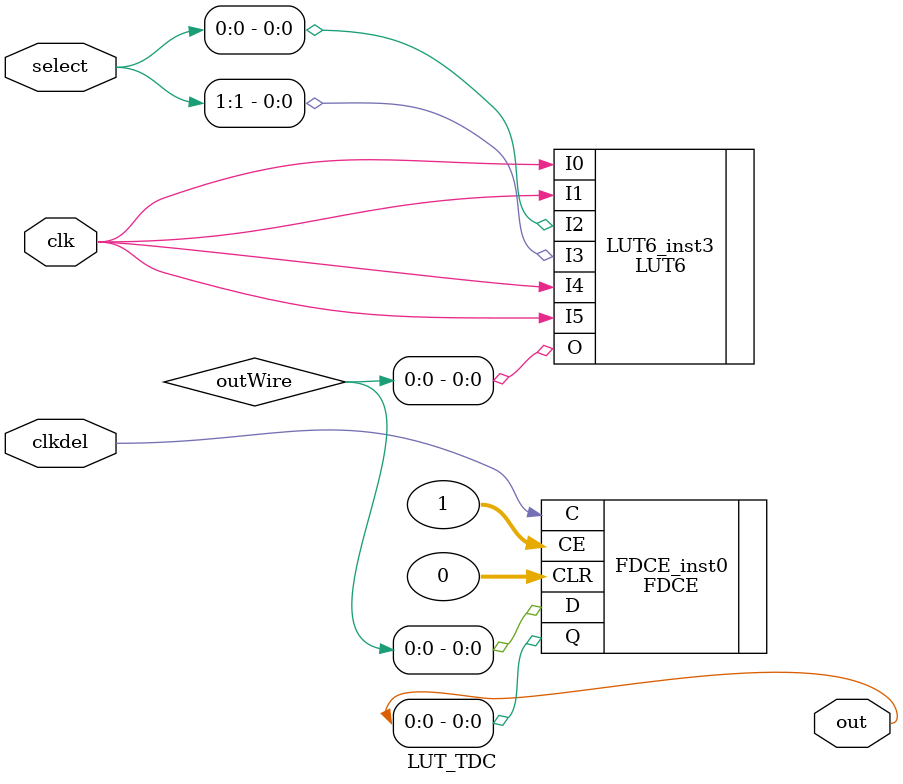
<source format=v>
`timescale 1ns / 1ps
(* DONT_TOUCH = "yes" *)module LUT_TDC(
	input clk,
	input clkdel,
	input [2:0] select,
	output [3:0]out
    );

	(* keep = "true" *) wire [3:0] outWire;
//	(* s = "true" *) wire [5:0] LutSelect;
//	assign LutSelect = LutSel(select);
//	
//	function [5:0] LutSel;
//  input [2:0] x;
//    case (x)
//      3'h0: LutSel = {00000,clk};
//      3'h1: LutSel = {0000,clk,0};
//      3'h2: LutSel = {000,clk,00};
//      3'h3: LutSel = {0,clk,000};
//      3'h4: LutSel = {clk,0000};
//      3'h5: LutSel = {clk,00000};      
//      default       : LutSel = 6'b000000;
//    endcase
//  endfunction
//	
//	
//					
//	(* s = "true" *) LUT6 #(
//		.INIT(64'b11111111_11111111_11111111_11111111_11111111_11111111_11111111_11111110) // Specify LUT Contents
//		) LUT5_inst0 (
//		.O(outWire[3]), // LUT general output
//		.I0(clk), // LUT input
//		.I1(1'b0), // LUT input
//		.I2(1'b0), // LUT input
//		.I3(1'b0), // LUT input
//		.I4(1'b0), // LUT input	
//		.I5(1'b0) // LUT input	
//		);
//
//	(* s = "true" *) LUT6 #(
//		.INIT(64'b11111111_11111111_11111111_11111111_11111111_11111111_11111111_11111110) // Specify LUT Contents
//		) LUT5_inst1 (
//		.O(outWire[2]), // LUT general output
//		.I0(1'b0), // LUT input
//		.I1(1'b0), // LUT input
//		.I2(clk), // LUT input
//		.I3(1'b0), // LUT input
//		.I4(1'b0), // LUT input	
//		.I5(1'b0) // LUT input	
//		);
//
//	(* s = "true" *) LUT6 #(
//		.INIT(64'b11111111_11111111_11111111_11111111_11111111_11111111_11111111_11111110) // Specify LUT Contents
//		) LUT5_inst2 (
//		.O(outWire[1]), // LUT general output
//		.I0(1'b0), // LUT input
//		.I1(1'b0), // LUT input
//		.I2(1'b0), // LUT input
//		.I3(1'b0), // LUT input
//		.I4(clk), // LUT input	
//		.I5(1'b0) // LUT input	
//		);
//(* dont_touch = "true" *)
	(* dont_touch = "true" *) LUT6 #(.INIT(64'b11111111_11001010_11110000_11001010_00001111_11001010_00000000_11001010))
		        //[63:56]  [55:48]  [47:40]   [39:32]  [31:24]  [23:16]  [15:8]	  [7:0]
	 	 LUT6_inst3 (
		.O(outWire[0]), // LUT general output
		.I0(clk), // LUT input
		.I1(clk), // LUT input
		.I2(select[0]), // LUT input
		.I3(select[1]), // LUT input
		.I4(clk), // LUT input	
		.I5(clk) // LUT input	
		);

//(* dont_touch = "true" *)
	FDCE #(
	.INIT(1'b0) // Initial value of register (1'b0 or 1'b1)
	)  FDCE_inst0 (
	.Q(out[0]), // 1-bit Data output
	.C(clkdel), // 1-bit Clock input
	.CE(1), // 1-bit Clock enable input
	.CLR(0), // 1-bit Asynchronous clear input
	.D(outWire[0]) // 1-bit Data input
	);
//	
//(* s = "true" *) 	FDCE #(
//	.INIT(1'b0) // Initial value of register (1'b0 or 1'b1)
//	) FDCE_inst1 (
//	.Q(out[1]), // 1-bit Data output
//	.C(clkdel), // 1-bit Clock input
//	.CE(1), // 1-bit Clock enable input
//	.CLR(0), // 1-bit Asynchronous clear input
//	.D(outWire[1]) // 1-bit Data input
//	);
//	
//	(* s = "true" *) 	FDCE #(
//	.INIT(1'b0) // Initial value of register (1'b0 or 1'b1)
//	) FDCE_inst2 (
//	.Q(out[2]), // 1-bit Data output
//	.C(clkdel), // 1-bit Clock input
//	.CE(1), // 1-bit Clock enable input
//	.CLR(0), // 1-bit Asynchronous clear input
//	.D(outWire[2]) // 1-bit Data input
//	);
//	
//(* s = "true" *) 	FDCE #(
//	.INIT(1'b0) // Initial value of register (1'b0 or 1'b1)
//	) FDCE_inst3 (
//	.Q(out[3]), // 1-bit Data output
//	.C(clkdel), // 1-bit Clock input
//	.CE(1), // 1-bit Clock enable input
//	.CLR(0), // 1-bit Asynchronous clear input
//	.D(outWire[3]) // 1-bit Data input
//	);
//	

endmodule

</source>
